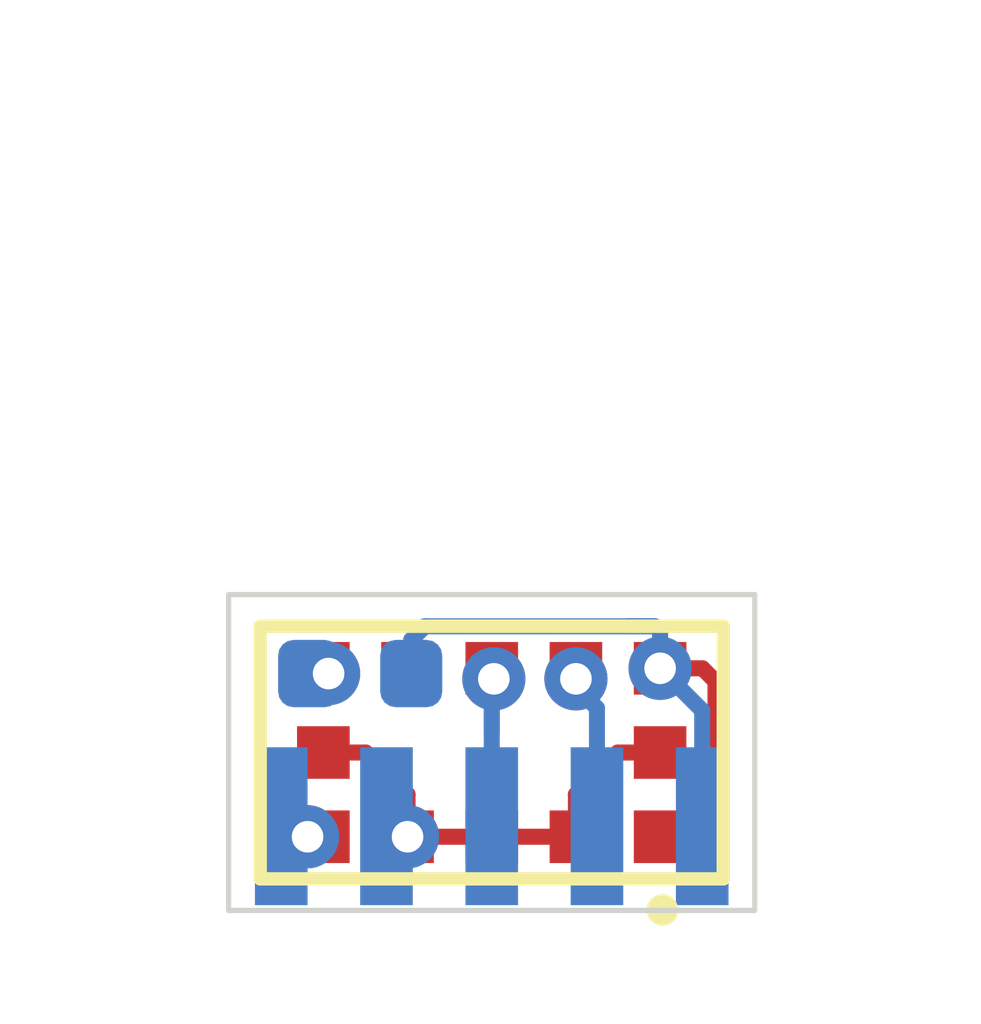
<source format=kicad_pcb>
(kicad_pcb (version 20171130) (host pcbnew 5.1.8-db9833491~87~ubuntu18.04.1)

  (general
    (thickness 1)
    (drawings 4)
    (tracks 48)
    (zones 0)
    (modules 3)
    (nets 7)
  )

  (page A4)
  (layers
    (0 F.Cu signal)
    (1 In1.Cu signal)
    (2 In2.Cu signal)
    (31 B.Cu signal)
    (32 B.Adhes user)
    (33 F.Adhes user)
    (34 B.Paste user)
    (35 F.Paste user)
    (36 B.SilkS user)
    (37 F.SilkS user)
    (38 B.Mask user)
    (39 F.Mask user)
    (40 Dwgs.User user)
    (41 Cmts.User user)
    (42 Eco1.User user)
    (43 Eco2.User user)
    (44 Edge.Cuts user)
    (45 Margin user)
    (46 B.CrtYd user)
    (47 F.CrtYd user)
    (48 B.Fab user)
    (49 F.Fab user)
  )

  (setup
    (last_trace_width 0.25)
    (user_trace_width 0.1524)
    (user_trace_width 0.2032)
    (user_trace_width 0.254)
    (user_trace_width 0.3048)
    (user_trace_width 0.4064)
    (user_trace_width 0.508)
    (user_trace_width 0.6096)
    (user_trace_width 0.8128)
    (user_trace_width 0.9144)
    (user_trace_width 1.2192)
    (trace_clearance 0.2)
    (zone_clearance 0.1524)
    (zone_45_only no)
    (trace_min 0.1524)
    (via_size 0.8)
    (via_drill 0.4)
    (via_min_size 0.6)
    (via_min_drill 0.3)
    (user_via 0.6 0.3)
    (user_via 0.81 0.8)
    (uvia_size 0.3)
    (uvia_drill 0.1)
    (uvias_allowed no)
    (uvia_min_size 0.2)
    (uvia_min_drill 0.1)
    (edge_width 0.05)
    (segment_width 0.2)
    (pcb_text_width 0.3)
    (pcb_text_size 1.5 1.5)
    (mod_edge_width 0.12)
    (mod_text_size 1 1)
    (mod_text_width 0.15)
    (pad_size 1.524 1.524)
    (pad_drill 0.762)
    (pad_to_mask_clearance 0.051)
    (solder_mask_min_width 0.25)
    (aux_axis_origin 0 0)
    (visible_elements FFFDFE7F)
    (pcbplotparams
      (layerselection 0x010fc_ffffffff)
      (usegerberextensions false)
      (usegerberattributes false)
      (usegerberadvancedattributes false)
      (creategerberjobfile false)
      (excludeedgelayer true)
      (linewidth 0.100000)
      (plotframeref false)
      (viasonmask false)
      (mode 1)
      (useauxorigin false)
      (hpglpennumber 1)
      (hpglpenspeed 20)
      (hpglpendiameter 15.000000)
      (psnegative false)
      (psa4output false)
      (plotreference true)
      (plotvalue true)
      (plotinvisibletext false)
      (padsonsilk false)
      (subtractmaskfromsilk false)
      (outputformat 3)
      (mirror false)
      (drillshape 0)
      (scaleselection 1)
      (outputdirectory "Gerbers/"))
  )

  (net 0 "")
  (net 1 GND)
  (net 2 +2V8)
  (net 3 "Net-(R13-Pad2)")
  (net 4 "/Distance Sensors/LOCAL_SCL")
  (net 5 "/Distance Sensors/LOCAL_SDA")
  (net 6 "/Distance Sensors/XSHUT_[3]")

  (net_class Default "This is the default net class."
    (clearance 0.2)
    (trace_width 0.25)
    (via_dia 0.8)
    (via_drill 0.4)
    (uvia_dia 0.3)
    (uvia_drill 0.1)
    (add_net +2V8)
    (add_net "/Distance Sensors/LOCAL_SCL")
    (add_net "/Distance Sensors/LOCAL_SDA")
    (add_net "/Distance Sensors/XSHUT_[3]")
    (add_net GND)
    (add_net "Net-(R13-Pad2)")
  )

  (module connector_brd2brd:01x05_1.0x0.5mm_SMD (layer B.Cu) (tedit 5E60B191) (tstamp 5E612CE5)
    (at 0 -1.75)
    (path /5E5F5567/5E63F323)
    (fp_text reference J17 (at -0.5 -2) (layer B.SilkS) hide
      (effects (font (size 1 1) (thickness 0.15)) (justify mirror))
    )
    (fp_text value Conn_01x05 (at 0 -6) (layer B.Fab)
      (effects (font (size 1 1) (thickness 0.15)) (justify mirror))
    )
    (pad 5 smd rect (at 2 1 270) (size 1.5 0.5) (layers B.Cu B.Paste B.Mask)
      (net 2 +2V8))
    (pad 4 smd rect (at 1 1 270) (size 1.5 0.5) (layers B.Cu B.Paste B.Mask)
      (net 4 "/Distance Sensors/LOCAL_SCL"))
    (pad 3 smd rect (at 0 1 270) (size 1.5 0.5) (layers B.Cu B.Paste B.Mask)
      (net 5 "/Distance Sensors/LOCAL_SDA"))
    (pad 2 smd rect (at -1 1 270) (size 1.5 0.5) (layers B.Cu B.Paste B.Mask)
      (net 1 GND))
    (pad 1 smd rect (at -2 1 270) (size 1.5 0.5) (layers B.Cu B.Paste B.Mask)
      (net 6 "/Distance Sensors/XSHUT_[3]"))
  )

  (module synermycha-electronics:SENSOR_VL53L0X (layer F.Cu) (tedit 5E5F82DF) (tstamp 5E6314A8)
    (at 0 -1.45 180)
    (path /5E5F5567/5E5F8050)
    (fp_text reference U7 (at -0.976343 -2.032506) (layer Dwgs.User)
      (effects (font (size 0.65 0.65) (thickness 0.1)))
    )
    (fp_text value VL53L0X (at 1.769535 1.947768) (layer F.Fab)
      (effects (font (size 0.480634 0.480634) (thickness 0.015)))
    )
    (fp_line (start 2.2 1.2) (end 2.2 -1.2) (layer F.Fab) (width 0.127))
    (fp_line (start 2.2 -1.2) (end -2.2 -1.2) (layer F.Fab) (width 0.127))
    (fp_line (start -2.2 -1.2) (end -2.2 1.2) (layer F.Fab) (width 0.127))
    (fp_line (start -2.2 1.2) (end 2.2 1.2) (layer F.Fab) (width 0.127))
    (fp_line (start 2.2 1.2) (end 2.2 -1.2) (layer F.SilkS) (width 0.127))
    (fp_line (start 2.2 -1.2) (end -2.2 -1.2) (layer F.SilkS) (width 0.127))
    (fp_line (start -2.2 -1.2) (end -2.2 1.2) (layer F.SilkS) (width 0.127))
    (fp_line (start -2.2 1.2) (end 2.2 1.2) (layer F.SilkS) (width 0.127))
    (fp_line (start 2.45 1.45) (end 2.45 -1.45) (layer F.CrtYd) (width 0.05))
    (fp_line (start 2.45 -1.45) (end -2.45 -1.45) (layer F.CrtYd) (width 0.05))
    (fp_line (start -2.45 -1.45) (end -2.45 1.45) (layer F.CrtYd) (width 0.05))
    (fp_line (start -2.45 1.45) (end 2.45 1.45) (layer F.CrtYd) (width 0.05))
    (fp_circle (center -1.623 -1.496) (end -1.548 -1.496) (layer F.SilkS) (width 0.15))
    (pad 1 smd rect (at -1.6 -0.8 180) (size 0.5 0.5) (layers F.Cu F.Paste F.Mask)
      (net 2 +2V8))
    (pad 2 smd rect (at -0.8 -0.8 180) (size 0.5 0.5) (layers F.Cu F.Paste F.Mask)
      (net 1 GND))
    (pad 3 smd rect (at 0 -0.8 180) (size 0.5 0.5) (layers F.Cu F.Paste F.Mask)
      (net 1 GND))
    (pad 4 smd rect (at 0.8 -0.8 180) (size 0.5 0.5) (layers F.Cu F.Paste F.Mask)
      (net 1 GND))
    (pad 5 smd rect (at 1.6 -0.8 180) (size 0.5 0.5) (layers F.Cu F.Paste F.Mask)
      (net 6 "/Distance Sensors/XSHUT_[3]"))
    (pad 6 smd rect (at 1.6 0 180) (size 0.5 0.5) (layers F.Cu F.Paste F.Mask)
      (net 1 GND))
    (pad 7 smd rect (at 1.6 0.8 180) (size 0.5 0.5) (layers F.Cu F.Paste F.Mask)
      (net 3 "Net-(R13-Pad2)"))
    (pad 8 smd rect (at 0.8 0.8 180) (size 0.5 0.5) (layers F.Cu F.Paste F.Mask))
    (pad 9 smd rect (at 0 0.8 180) (size 0.5 0.5) (layers F.Cu F.Paste F.Mask)
      (net 5 "/Distance Sensors/LOCAL_SDA"))
    (pad 10 smd rect (at -0.8 0.8 180) (size 0.5 0.5) (layers F.Cu F.Paste F.Mask)
      (net 4 "/Distance Sensors/LOCAL_SCL"))
    (pad 11 smd rect (at -1.6 0.8 180) (size 0.5 0.5) (layers F.Cu F.Paste F.Mask)
      (net 2 +2V8))
    (pad 12 smd rect (at -1.6 0 180) (size 0.5 0.5) (layers F.Cu F.Paste F.Mask)
      (net 1 GND))
    (model ${KIPRJMOD}/VL53L0X.STEP
      (at (xyz 0 0 0))
      (scale (xyz 1 1 1))
      (rotate (xyz -90 0 -180))
    )
  )

  (module Resistor_SMD:R_0402_1005Metric (layer B.Cu) (tedit 5B301BBD) (tstamp 5E5FF7D4)
    (at -1.25 -2.2 180)
    (descr "Resistor SMD 0402 (1005 Metric), square (rectangular) end terminal, IPC_7351 nominal, (Body size source: http://www.tortai-tech.com/upload/download/2011102023233369053.pdf), generated with kicad-footprint-generator")
    (tags resistor)
    (path /5E5F5567/5E5FDAA1)
    (attr smd)
    (fp_text reference R13 (at 0 1.17 180) (layer Dwgs.User)
      (effects (font (size 0.65 0.65) (thickness 0.1)))
    )
    (fp_text value 47K (at 0 -1.17 180) (layer B.Fab)
      (effects (font (size 1 1) (thickness 0.15)) (justify mirror))
    )
    (fp_line (start -0.5 -0.25) (end -0.5 0.25) (layer B.Fab) (width 0.1))
    (fp_line (start -0.5 0.25) (end 0.5 0.25) (layer B.Fab) (width 0.1))
    (fp_line (start 0.5 0.25) (end 0.5 -0.25) (layer B.Fab) (width 0.1))
    (fp_line (start 0.5 -0.25) (end -0.5 -0.25) (layer B.Fab) (width 0.1))
    (fp_line (start -0.93 -0.47) (end -0.93 0.47) (layer B.CrtYd) (width 0.05))
    (fp_line (start -0.93 0.47) (end 0.93 0.47) (layer B.CrtYd) (width 0.05))
    (fp_line (start 0.93 0.47) (end 0.93 -0.47) (layer B.CrtYd) (width 0.05))
    (fp_line (start 0.93 -0.47) (end -0.93 -0.47) (layer B.CrtYd) (width 0.05))
    (fp_text user %R (at 0 0 180) (layer B.Fab)
      (effects (font (size 0.25 0.25) (thickness 0.04)) (justify mirror))
    )
    (pad 1 smd roundrect (at -0.485 0 180) (size 0.59 0.64) (layers B.Cu B.Paste B.Mask) (roundrect_rratio 0.25)
      (net 2 +2V8))
    (pad 2 smd roundrect (at 0.485 0 180) (size 0.59 0.64) (layers B.Cu B.Paste B.Mask) (roundrect_rratio 0.25)
      (net 3 "Net-(R13-Pad2)"))
    (model ${KISYS3DMOD}/Resistor_SMD.3dshapes/R_0402_1005Metric.wrl
      (at (xyz 0 0 0))
      (scale (xyz 1 1 1))
      (rotate (xyz 0 0 0))
    )
  )

  (gr_line (start -2.5 0.05) (end -2.5 -2.95) (layer Edge.Cuts) (width 0.05) (tstamp 5E62B5D3))
  (gr_line (start 2.5 0.05) (end -2.5 0.05) (layer Edge.Cuts) (width 0.05))
  (gr_line (start 2.5 -2.95) (end 2.5 0.05) (layer Edge.Cuts) (width 0.05))
  (gr_line (start -2.5 -2.95) (end 2.5 -2.95) (layer Edge.Cuts) (width 0.05))

  (segment (start -1.1976 -1.45) (end -0.8 -1.0524) (width 0.1524) (layer F.Cu) (net 1))
  (segment (start -0.8 -1.0524) (end -0.8 -0.65) (width 0.1524) (layer F.Cu) (net 1))
  (segment (start -1.6 -1.45) (end -1.1976 -1.45) (width 0.1524) (layer F.Cu) (net 1))
  (segment (start -0.8 -0.65) (end 0 -0.65) (width 0.1524) (layer F.Cu) (net 1))
  (segment (start 0 -0.65) (end 0.8 -0.65) (width 0.1524) (layer F.Cu) (net 1))
  (segment (start 1.1976 -1.45) (end 1.6 -1.45) (width 0.1524) (layer F.Cu) (net 1))
  (segment (start 0.8 -1.0524) (end 1.1976 -1.45) (width 0.1524) (layer F.Cu) (net 1))
  (segment (start 0.8 -0.65) (end 0.8 -1.0524) (width 0.1524) (layer F.Cu) (net 1))
  (via (at -0.8 -0.65) (size 0.6) (drill 0.3) (layers F.Cu B.Cu) (net 1) (status 1000000))
  (segment (start -1 -0.75) (end -0.9 -0.75) (width 0.1524) (layer B.Cu) (net 1))
  (segment (start -0.9 -0.75) (end -0.8 -0.65) (width 0.1524) (layer B.Cu) (net 1))
  (segment (start 2.126201 -2.126199) (end 2.0024 -2.25) (width 0.1524) (layer F.Cu) (net 2))
  (segment (start 2.0024 -2.25) (end 1.6 -2.25) (width 0.1524) (layer F.Cu) (net 2))
  (segment (start 2.126201 -0.773801) (end 2.126201 -2.126199) (width 0.1524) (layer F.Cu) (net 2))
  (segment (start 2.0024 -0.65) (end 2.126201 -0.773801) (width 0.1524) (layer F.Cu) (net 2))
  (segment (start 1.6 -0.65) (end 2.0024 -0.65) (width 0.1524) (layer F.Cu) (net 2))
  (via (at 1.6 -2.25) (size 0.6) (drill 0.3) (layers F.Cu B.Cu) (net 2))
  (segment (start 1.55 -2.2) (end 1.6 -2.25) (width 0.1524) (layer B.Cu) (net 2))
  (segment (start -0.765 -2.52) (end -0.765 -2.2) (width 0.1524) (layer B.Cu) (net 2))
  (segment (start -0.63621 -2.64879) (end -0.765 -2.52) (width 0.1524) (layer B.Cu) (net 2))
  (segment (start 1.6 -2.25) (end 1.6 -2.55) (width 0.1524) (layer B.Cu) (net 2))
  (segment (start 2.126201 -2.126199) (end 2.126201 -1.2) (width 0.1524) (layer F.Cu) (net 2))
  (segment (start 1.55121 -2.64879) (end 1.5 -2.64879) (width 0.1524) (layer B.Cu) (net 2))
  (segment (start 1.6 -2.25) (end 1.6 -2.6) (width 0.1524) (layer B.Cu) (net 2))
  (segment (start 1.6 -2.6) (end 1.55121 -2.64879) (width 0.1524) (layer B.Cu) (net 2))
  (segment (start 1.30121 -2.64879) (end 1.55121 -2.64879) (width 0.1524) (layer B.Cu) (net 2))
  (segment (start 1.30121 -2.64879) (end -0.63621 -2.64879) (width 0.1524) (layer B.Cu) (net 2))
  (segment (start 1.50121 -2.64879) (end 1.30121 -2.64879) (width 0.1524) (layer B.Cu) (net 2))
  (segment (start 2 -1.85) (end 1.6 -2.25) (width 0.1524) (layer B.Cu) (net 2))
  (segment (start 2 -0.75) (end 2 -1.85) (width 0.1524) (layer B.Cu) (net 2))
  (segment (start -1.735 -2.2) (end -1.65 -2.2) (width 0.254) (layer B.Cu) (net 3))
  (segment (start -1.65 -2.2) (end -1.6 -2.25) (width 0.254) (layer B.Cu) (net 3))
  (via (at -1.550002 -2.2) (size 0.6) (drill 0.3) (layers F.Cu B.Cu) (net 3))
  (segment (start -1.6 -2.25) (end -1.6 -2.249998) (width 0.1524) (layer F.Cu) (net 3))
  (segment (start -1.6 -2.249998) (end -1.550002 -2.2) (width 0.1524) (layer F.Cu) (net 3))
  (via (at 0.8 -2.15) (size 0.6) (drill 0.3) (layers F.Cu B.Cu) (net 4))
  (segment (start 0.8 -2.25) (end 0.8 -2.07259) (width 0.1524) (layer F.Cu) (net 4))
  (segment (start 1 -1.87259) (end 0.8 -2.07259) (width 0.1524) (layer B.Cu) (net 4))
  (segment (start 1 -0.75) (end 1 -1.87259) (width 0.1524) (layer B.Cu) (net 4))
  (via (at 0.019916 -2.15) (size 0.6) (drill 0.3) (layers F.Cu B.Cu) (net 5))
  (segment (start 0 -2.25) (end 0 -1.633801) (width 0.1524) (layer F.Cu) (net 5))
  (segment (start 0.019916 -0.769916) (end 0 -0.75) (width 0.1524) (layer B.Cu) (net 5))
  (segment (start 0 -2.130084) (end 0.019916 -2.15) (width 0.1524) (layer B.Cu) (net 5))
  (segment (start 0 -0.75) (end 0 -2.130084) (width 0.1524) (layer B.Cu) (net 5))
  (via (at -1.750002 -0.65) (size 0.6) (drill 0.3) (layers F.Cu B.Cu) (net 6))
  (segment (start -1.6 -0.65) (end -1.750002 -0.65) (width 0.1524) (layer F.Cu) (net 6))
  (segment (start -1.9 -0.65) (end -2 -0.75) (width 0.1524) (layer B.Cu) (net 6))
  (segment (start -1.750002 -0.65) (end -1.9 -0.65) (width 0.1524) (layer B.Cu) (net 6))

)

</source>
